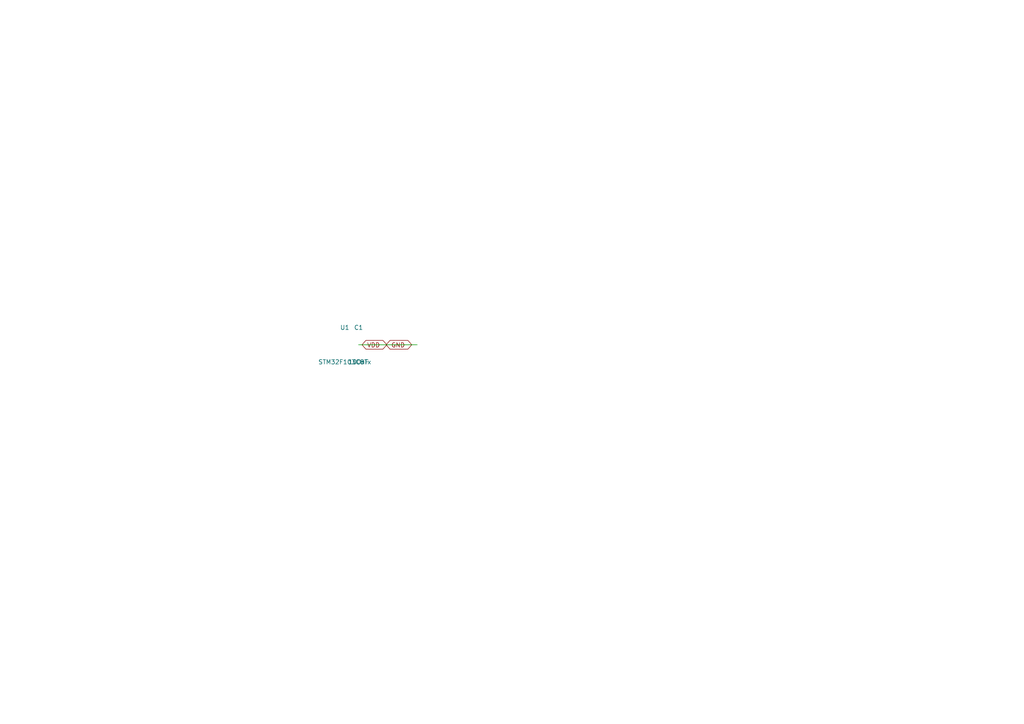
<source format=kicad_sch>
(kicad_sch (version 20231120) (generator "eeschema")
  (uuid "test-valid-001")

  (lib_symbols)

  (symbol (lib_id "MCU_ST_STM32F1:STM32F103C8Tx") (at 100 100 0) (unit 1)
    (uuid "ic-001")
    (property "Reference" "U1" (at 100 95 0))
    (property "Value" "STM32F103C8Tx" (at 100 105 0))
    (pin "1" (uuid "pin-u1-1"))
    (pin "2" (uuid "pin-u1-2"))
  )

  (symbol (lib_id "Device:C") (at 104 100 0) (unit 1)
    (uuid "cap-001")
    (property "Reference" "C1" (at 104 95 0))
    (property "Value" "100nF" (at 104 105 0))
    (pin "1" (uuid "pin-c1-1"))
    (pin "2" (uuid "pin-c1-2"))
  )

  (symbol (lib_id "Device:C") (at 120 100 0) (unit 1)
    (uuid "cap-002")
    (property "Reference" "C2" (at 120 95 0))
    (property "Value" "10uF" (at 120 105 0))
    (pin "1" (uuid "pin-c2-1"))
    (pin "2" (uuid "pin-c2-2"))
  )

  (wire (pts (xy 104 100) (xy 108 100))
    (uuid "wire-001")
  )
  (wire (pts (xy 106 100) (xy 112 100))
    (uuid "wire-002")
  )
  (wire (pts (xy 119 100) (xy 112 100))
    (uuid "wire-003")
  )
  (wire (pts (xy 121 100) (xy 108 100))
    (uuid "wire-005")
  )

  (global_label "VDD" (at 105 100 0)
    (uuid "label-vdd")
  )

  (global_label "GND" (at 112 100 180)
    (uuid "label-gnd")
  )
)

</source>
